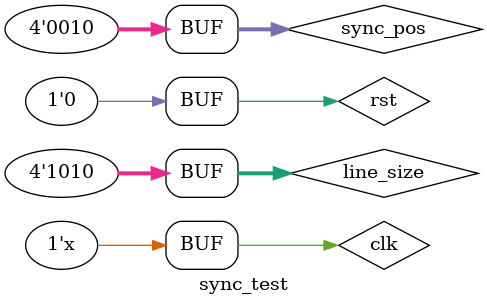
<source format=sv>
module sync_test();

logic clk, rst, pulse;
logic[3:0] sync_pos, line_size, count;

sync #(3) DUT(clk, rst, sync_pos, line_size, count, pulse);


initial begin
clk = 0; rst = 0; sync_pos = 'd2; line_size = 'd10;
#20 rst = 1;
#20 rst = 0;
end

always
	#10 clk <= !clk;
  
endmodule

</source>
